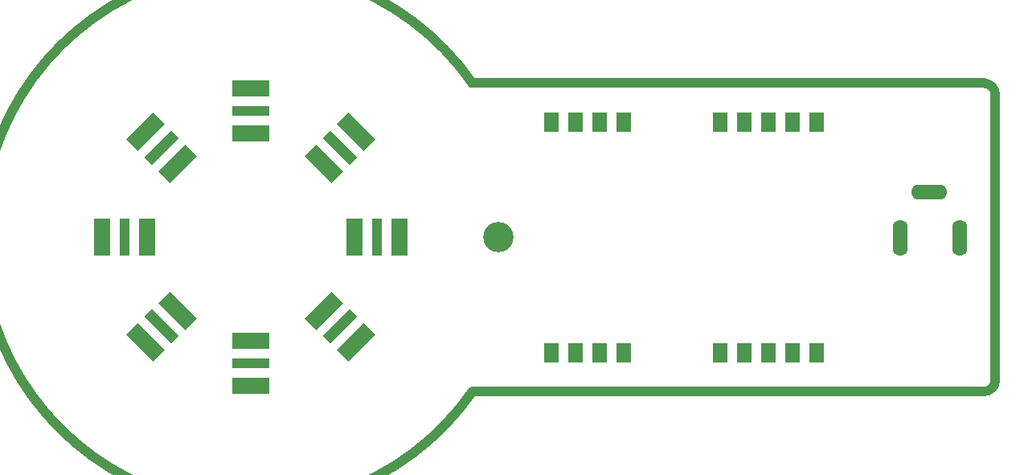
<source format=gts>
G04 #@! TF.GenerationSoftware,KiCad,Pcbnew,7.0.10*
G04 #@! TF.CreationDate,2024-05-27T20:12:39-07:00*
G04 #@! TF.ProjectId,K40-LED_PCB,4b34302d-4c45-4445-9f50-43422e6b6963,rev?*
G04 #@! TF.SameCoordinates,Original*
G04 #@! TF.FileFunction,Soldermask,Top*
G04 #@! TF.FilePolarity,Negative*
%FSLAX46Y46*%
G04 Gerber Fmt 4.6, Leading zero omitted, Abs format (unit mm)*
G04 Created by KiCad (PCBNEW 7.0.10) date 2024-05-27 20:12:39*
%MOMM*%
%LPD*%
G01*
G04 APERTURE LIST*
G04 Aperture macros list*
%AMRotRect*
0 Rectangle, with rotation*
0 The origin of the aperture is its center*
0 $1 length*
0 $2 width*
0 $3 Rotation angle, in degrees counterclockwise*
0 Add horizontal line*
21,1,$1,$2,0,0,$3*%
G04 Aperture macros list end*
%ADD10C,1.000000*%
%ADD11R,1.100000X4.000000*%
%ADD12R,1.750000X4.000000*%
%ADD13RotRect,1.100000X4.000000X225.000000*%
%ADD14RotRect,1.750000X4.000000X225.000000*%
%ADD15R,4.000000X1.100000*%
%ADD16R,4.000000X1.750000*%
%ADD17R,1.500000X2.030000*%
%ADD18RotRect,1.100000X4.000000X135.000000*%
%ADD19RotRect,1.750000X4.000000X135.000000*%
%ADD20RotRect,1.100000X4.000000X315.000000*%
%ADD21RotRect,1.750000X4.000000X315.000000*%
%ADD22RotRect,1.100000X4.000000X45.000000*%
%ADD23RotRect,1.750000X4.000000X45.000000*%
%ADD24O,1.604000X3.804000*%
%ADD25O,3.804000X1.604000*%
%ADD26C,3.200000*%
G04 APERTURE END LIST*
D10*
X199594039Y-108059639D02*
G75*
G03*
X200844039Y-106809600I-39J1250039D01*
G01*
X145742773Y-75559600D02*
G75*
G03*
X145742773Y-108059600I-23340073J-16250000D01*
G01*
X200844039Y-106809600D02*
X200844039Y-76809600D01*
X200844000Y-76809600D02*
G75*
G03*
X199594039Y-75559600I-1250000J0D01*
G01*
X199594039Y-75559600D02*
X145742773Y-75559600D01*
X145742773Y-108059600D02*
X199594039Y-108059600D01*
D11*
X109098700Y-91806100D03*
D12*
X106723700Y-91806100D03*
X111473700Y-91806100D03*
D13*
X131816795Y-82389820D03*
D14*
X133496174Y-80710441D03*
X130137416Y-84069199D03*
D15*
X122406100Y-78493800D03*
D16*
X122406100Y-76118800D03*
X122406100Y-80868800D03*
D15*
X122402700Y-105106500D03*
D16*
X122402700Y-107481500D03*
X122402700Y-102731500D03*
D17*
X182041800Y-79643000D03*
X179501800Y-79643000D03*
X176961800Y-79643000D03*
X174421800Y-79643000D03*
X171881800Y-79643000D03*
X161721800Y-79643000D03*
X159181800Y-79643000D03*
X156641800Y-79643000D03*
X154101800Y-79643000D03*
X154101800Y-104013000D03*
X156641800Y-104013000D03*
X159181800Y-104013000D03*
X161721800Y-104013000D03*
X171881800Y-104013000D03*
X174421800Y-104013000D03*
X176961800Y-104013000D03*
X179501800Y-104013000D03*
X182041800Y-104013000D03*
D18*
X131803679Y-101210479D03*
D19*
X133483058Y-102889858D03*
X130124300Y-99531100D03*
D20*
X113001721Y-82408521D03*
D21*
X111322342Y-80729142D03*
X114681100Y-84087900D03*
D22*
X113001721Y-101210479D03*
D23*
X111322342Y-102889858D03*
X114681100Y-99531100D03*
D11*
X135706700Y-91809600D03*
D12*
X138081700Y-91809600D03*
X133331700Y-91809600D03*
D24*
X190842300Y-91827000D03*
X197092300Y-91827000D03*
D25*
X193842300Y-87027000D03*
D26*
X148470886Y-91809600D03*
M02*

</source>
